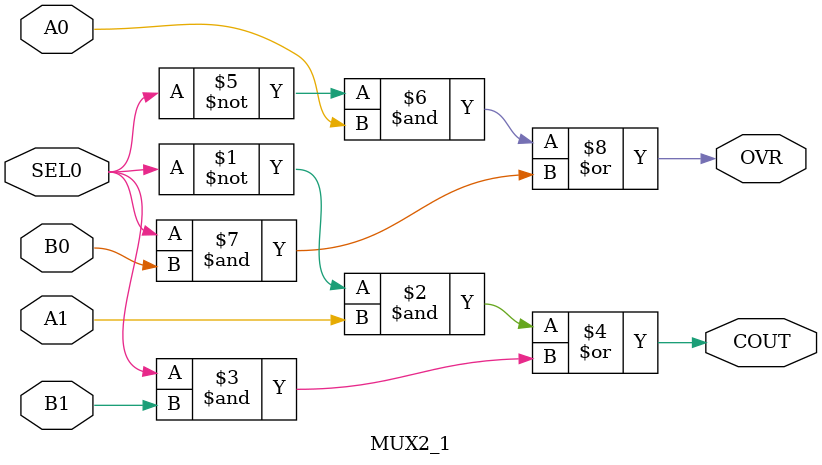
<source format=v>
/*
Name: Houston & Segal
Date: 02-27-2014
Title: 2 to 1 Multiplexer
*/

module MUX2_1(A1,A0,B1,B0,SEL0,COUT,OVR);
input A1,A0,B1,B0,SEL0;
output COUT,OVR;

assign COUT = (~SEL0)&(A1)|(SEL0)&(B1);
assign OVR = (~SEL0)&(A0)|(SEL0)&(B0);
endmodule

</source>
